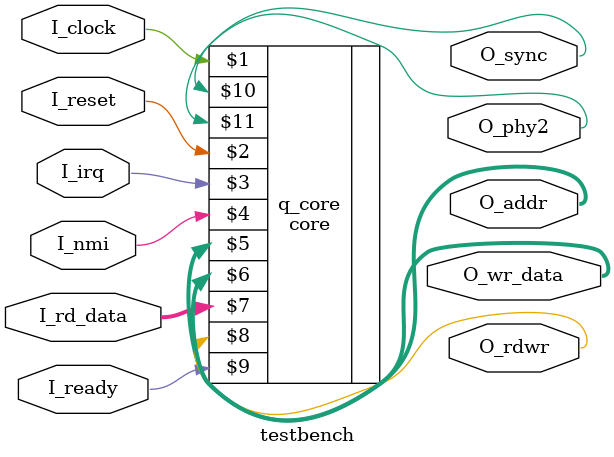
<source format=sv>
module testbench(I_clock, I_reset, I_irq, I_nmi, I_ready, I_rd_data, O_wr_data, O_rdwr, O_addr, O_sync, O_phy2);
  input   wire        I_clock;
  input   wire        I_reset;
  input   wire        I_irq;
  input   wire        I_nmi;
  input   wire        I_ready;
  input   wire[7:0]   I_rd_data;
  output  wire[7:0]   O_wr_data;
  output  wire        O_rdwr;
  output  wire[15:0]  O_addr;
  output  wire        O_sync;        
  output  wire        O_phy2;

  core q_core (I_clock, I_reset, I_irq, I_nmi, O_addr, O_wr_data, I_rd_data, O_rdwr, I_ready, O_sync, O_phy2);

  initial begin
    $dumpfile("trace/testbench.vcd");
    $dumpvars(999, i0);
  end

endmodule
</source>
